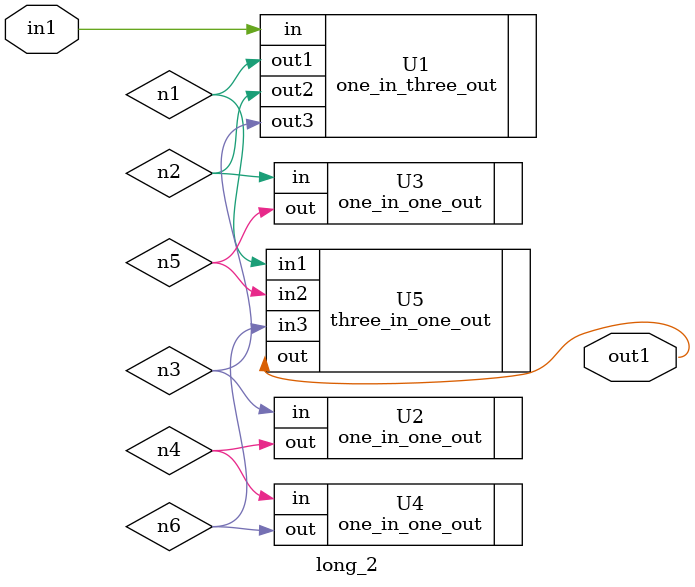
<source format=v>
module long_2
  (
    input in1,
    output out1
  );


  one_in_three_out U1 ( .in(in1), .out1(n1), .out2(n2), .out3(n3) );
  
  one_in_one_out U2 ( .in(n3), .out(n4) );
  one_in_one_out U3 ( .in(n2), .out(n5) );
  one_in_one_out U4 ( .in(n4), .out(n6) );

  three_in_one_out U5 ( .in1(n1), .in2(n5), .in3(n6), .out(out1) );


endmodule


</source>
